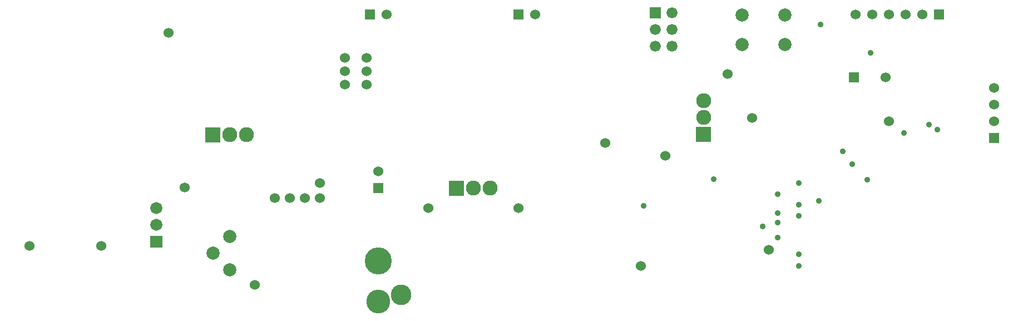
<source format=gbr>
G04 start of page 4 for group 7 layer_idx 2 *
G04 Title: (unknown), Intern *
G04 Creator: pcb-rnd 1.2.7 *
G04 CreationDate: 2018-01-15 00:32:24 UTC *
G04 For: newell *
G04 Format: Gerber/RS-274X *
G04 PCB-Dimensions: 625000 200000 *
G04 PCB-Coordinate-Origin: lower left *
%MOIN*%
%FSLAX25Y25*%
%LNGROUP7*%
%ADD90C,0.0420*%
%ADD89C,0.0460*%
%ADD88C,0.0394*%
%ADD87C,0.0320*%
%ADD86C,0.0280*%
%ADD85C,0.0984*%
%ADD84C,0.1181*%
%ADD83C,0.1378*%
%ADD82C,0.0300*%
%ADD81C,0.0200*%
%ADD80C,0.0350*%
%ADD79C,0.0360*%
%ADD78C,0.0720*%
%ADD77C,0.0660*%
%ADD76C,0.0787*%
%ADD75C,0.1230*%
%ADD74C,0.1427*%
%ADD73C,0.1624*%
%ADD72C,0.0600*%
%ADD71C,0.0900*%
%ADD70C,0.0001*%
G54D70*G36*
X285500Y86500D02*Y77500D01*
X294500D01*
Y86500D01*
X285500D01*
G37*
G54D71*X300000Y82000D03*
X310000D03*
X164000Y114000D03*
G54D70*G36*
X240000Y85000D02*Y79000D01*
X246000D01*
Y85000D01*
X240000D01*
G37*
G54D72*X243000Y92000D03*
G54D73*Y38567D03*
G54D74*Y14157D03*
G54D75*X256780Y18094D03*
G54D70*G36*
X576000Y189000D02*Y183000D01*
X582000D01*
Y189000D01*
X576000D01*
G37*
G54D72*X569000Y186000D03*
X559000D03*
X549000D03*
X539000D03*
X547200Y148500D03*
G54D70*G36*
X609000Y115000D02*Y109000D01*
X615000D01*
Y115000D01*
X609000D01*
G37*
G54D72*X612000Y122000D03*
Y132000D03*
Y142000D03*
X529000Y186000D03*
G54D76*X461205Y185858D03*
X486795D03*
G54D70*G36*
X405700Y190300D02*Y183700D01*
X412300D01*
Y190300D01*
X405700D01*
G37*
G54D77*X409000Y177000D03*
Y167000D03*
X419000Y187000D03*
Y177000D03*
Y167000D03*
G54D70*G36*
X433500Y118800D02*Y109800D01*
X442500D01*
Y118800D01*
X433500D01*
G37*
G54D71*X438000Y124300D03*
Y134300D03*
G54D76*X461205Y168142D03*
X486795D03*
G54D70*G36*
X324000Y189000D02*Y183000D01*
X330000D01*
Y189000D01*
X324000D01*
G37*
G54D72*X337000Y186000D03*
G54D70*G36*
X235000Y189000D02*Y183000D01*
X241000D01*
Y189000D01*
X235000D01*
G37*
G54D72*X248000Y186000D03*
G54D70*G36*
X525000Y151500D02*Y145500D01*
X531000D01*
Y151500D01*
X525000D01*
G37*
G36*
X106400Y53600D02*Y46400D01*
X113600D01*
Y53600D01*
X106400D01*
G37*
G54D78*X110000Y60000D03*
Y70000D03*
G54D70*G36*
X139500Y118500D02*Y109500D01*
X148500D01*
Y118500D01*
X139500D01*
G37*
G54D71*X154000Y114000D03*
G54D76*X154138Y53000D03*
Y33000D03*
X144138Y43000D03*
G54D72*X117500Y175000D03*
X223000Y144000D03*
X236000D03*
Y152000D03*
Y160000D03*
X223000Y152000D03*
Y160000D03*
G54D79*X538000Y163000D03*
X508000Y180000D03*
G54D72*X452500Y150500D03*
G54D79*X573000Y120000D03*
G54D72*X549000Y122000D03*
X467000Y124000D03*
G54D79*X578000Y117000D03*
X558000Y115000D03*
G54D72*X379000Y109000D03*
X190000Y76000D03*
X199000D03*
X208000D03*
Y85000D03*
X181000Y76000D03*
X169000Y24000D03*
X77000Y47500D03*
X34000D03*
X273000Y70000D03*
X127000Y82500D03*
X327000Y70000D03*
G54D79*X402000Y71500D03*
G54D72*X400500Y35500D03*
X415000Y101500D03*
G54D79*X495000Y42500D03*
X482500Y52500D03*
G54D72*X477000Y45000D03*
G54D79*X495000Y35500D03*
Y65500D03*
Y72000D03*
X482500Y78500D03*
Y67000D03*
Y61500D03*
X507000Y74500D03*
X473500Y59000D03*
X444000Y87500D03*
X536000Y87000D03*
X495000Y85000D03*
X521500Y104000D03*
X527000Y96500D03*
G54D80*G54D81*G54D80*G54D81*G54D80*G54D81*G54D80*G54D81*G54D80*G54D81*G54D80*G54D81*G54D72*G54D82*G54D83*G54D84*G54D85*G54D86*G54D84*G54D86*G54D87*G54D84*G54D86*G54D88*G54D89*G54D72*G54D88*G54D86*G54D87*G54D90*G54D84*G54D72*G54D88*M02*

</source>
